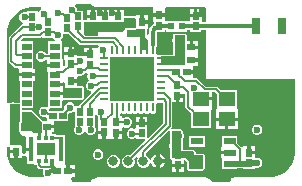
<source format=gtl>
%TF.GenerationSoftware,Altium Limited,Altium Designer,24.5.2 (23)*%
G04 Layer_Physical_Order=1*
G04 Layer_Color=255*
%FSLAX45Y45*%
%MOMM*%
%TF.SameCoordinates,57FA01A1-E815-4C6C-BC38-3E05548C2649*%
%TF.FilePolarity,Positive*%
%TF.FileFunction,Copper,L1,Top,Signal*%
%TF.Part,Single*%
G01*
G75*
%TA.AperFunction,Conductor*%
%ADD10C,0.35000*%
%TA.AperFunction,SMDPad,CuDef*%
%ADD11R,0.65000X0.55000*%
%ADD12R,0.74000X1.47000*%
%ADD13R,0.62000X0.70000*%
%ADD14R,0.70000X0.62000*%
%ADD15R,0.62000X0.59000*%
%ADD16R,0.59000X0.62000*%
%ADD17R,0.55000X0.65000*%
%ADD18R,0.85000X0.55000*%
%ADD19R,1.00000X0.60000*%
%ADD20R,1.40000X1.20000*%
%ADD21R,0.35000X2.10000*%
%ADD22R,0.35000X0.37500*%
%ADD23R,1.50000X1.10000*%
%TA.AperFunction,ConnectorPad*%
%ADD24R,0.70000X0.62000*%
%TA.AperFunction,SMDPad,CuDef*%
%ADD25O,0.25000X0.80000*%
%ADD26O,0.80000X0.25000*%
%ADD27R,3.70000X3.70000*%
%TA.AperFunction,Conductor*%
%ADD28C,0.15000*%
%ADD29C,0.50000*%
%TA.AperFunction,ComponentPad*%
%ADD30C,0.80000*%
%TA.AperFunction,ViaPad*%
%ADD31C,0.60000*%
%ADD32C,0.50000*%
G36*
X320473Y1456713D02*
X312758Y1453518D01*
X300099Y1440859D01*
X296500Y1432169D01*
X283800Y1434695D01*
Y1436200D01*
X198800D01*
Y1435739D01*
X188240Y1428683D01*
X186751Y1429300D01*
X168849D01*
X152310Y1422449D01*
X139651Y1409790D01*
X132800Y1393251D01*
Y1375349D01*
X139651Y1358810D01*
X152310Y1346151D01*
X158971Y1343392D01*
X162241Y1328290D01*
X160700Y1326641D01*
X151921Y1324894D01*
X144479Y1319921D01*
X144478Y1319921D01*
X50379Y1225822D01*
X45406Y1218379D01*
X43660Y1209600D01*
Y1012900D01*
X45406Y1004121D01*
X50379Y996678D01*
X85010Y962047D01*
X92452Y957075D01*
X101231Y955328D01*
X115753D01*
X126730Y951168D01*
Y910969D01*
X262530D01*
Y951169D01*
X252130D01*
Y1015769D01*
Y1095769D01*
Y1180769D01*
X151672D01*
X146412Y1193469D01*
X161902Y1208959D01*
X304412D01*
X313191Y1210706D01*
X320633Y1215679D01*
X322754Y1217800D01*
X334101Y1213100D01*
Y1213100D01*
X416280D01*
X419051Y1206410D01*
X431710Y1193751D01*
X432391Y1193469D01*
X429865Y1180769D01*
X377130D01*
Y1077041D01*
X356705D01*
X355649Y1079590D01*
X342990Y1092249D01*
X326451Y1099100D01*
X308549D01*
X292010Y1092249D01*
X279351Y1079590D01*
X272500Y1063051D01*
Y1045149D01*
X279351Y1028610D01*
X292010Y1015951D01*
X308549Y1009100D01*
X326451D01*
X342990Y1015951D01*
X354030Y1026990D01*
X361675Y1025612D01*
X366730Y1023097D01*
Y990969D01*
X434630D01*
Y965569D01*
X366730D01*
Y925369D01*
X377130D01*
Y855769D01*
Y775769D01*
Y695769D01*
Y631738D01*
X375351Y629796D01*
X364430Y624298D01*
X352157Y629382D01*
X334255D01*
X317716Y622531D01*
X305057Y609873D01*
X298206Y593333D01*
Y575431D01*
X305057Y558892D01*
X317716Y546233D01*
X334255Y539382D01*
X352157D01*
X354500Y540352D01*
X367200Y531867D01*
Y507555D01*
X334965D01*
X333541Y510994D01*
X250601Y593934D01*
X239120Y598689D01*
X151836D01*
Y615769D01*
X252130D01*
Y695769D01*
Y775769D01*
Y845369D01*
X262530D01*
Y885569D01*
X126730D01*
Y845369D01*
X137130D01*
Y775769D01*
Y664958D01*
X135600Y663936D01*
X97191D01*
X87615Y667902D01*
X69713D01*
X60137Y663936D01*
X53881D01*
X42401Y659181D01*
X30587Y663846D01*
X30586Y1250000D01*
X30586Y1271610D01*
X39018Y1314001D01*
X55558Y1353930D01*
X79570Y1389868D01*
X110132Y1420429D01*
X146069Y1444442D01*
X185999Y1460982D01*
X228389Y1469413D01*
X317947D01*
X320473Y1456713D01*
D02*
G37*
G36*
X750048Y1485983D02*
X759972Y1479352D01*
X778349Y1471741D01*
X790054Y1469412D01*
X800000D01*
X1261442Y1469412D01*
X1266281Y1458716D01*
Y1418717D01*
X1368281D01*
Y1456712D01*
X1373120Y1469412D01*
X1700010D01*
X1700011Y1469412D01*
X1700013Y1469412D01*
X1701800Y1469412D01*
X1714500Y1458594D01*
Y1344012D01*
X1688901D01*
X1676603Y1344984D01*
Y1384984D01*
X1574603D01*
Y1356588D01*
X1561903Y1350327D01*
X1556698Y1354324D01*
Y1356876D01*
X1467699D01*
Y1356876D01*
X1465698D01*
Y1356876D01*
X1377602D01*
X1376699Y1356876D01*
X1368281Y1366089D01*
Y1388717D01*
X1266281D01*
Y1348717D01*
X1271281D01*
Y1331211D01*
X1256242Y1319671D01*
X1242523Y1301794D01*
X1233899Y1280974D01*
X1230958Y1258632D01*
X1231060D01*
Y1245353D01*
X1218360Y1238564D01*
X1216960Y1239500D01*
Y1283177D01*
X1220590Y1292872D01*
X1220590D01*
Y1332872D01*
X1169590D01*
Y1347872D01*
X1154590D01*
Y1402872D01*
X1118590D01*
Y1395144D01*
X1115650Y1393179D01*
X1022200D01*
Y1447398D01*
X986200D01*
Y1392398D01*
X956200D01*
Y1447398D01*
X920201D01*
X920200Y1447398D01*
X912478Y1449722D01*
Y1449722D01*
X908462Y1449722D01*
X876478D01*
Y1394722D01*
X846478D01*
Y1449722D01*
X810478D01*
Y1449722D01*
X809115Y1448741D01*
X773116D01*
Y1393741D01*
X758116D01*
Y1378741D01*
X707116D01*
Y1363061D01*
X682681D01*
X670032Y1371568D01*
Y1440457D01*
X623616D01*
Y1456217D01*
X616765Y1472756D01*
X607424Y1482097D01*
X612115Y1494797D01*
X741234D01*
X750048Y1485983D01*
D02*
G37*
G36*
X1118633Y1373960D02*
Y1310487D01*
X1117398Y1298299D01*
X1025398D01*
Y1278990D01*
X1006322Y1259914D01*
X802623D01*
Y1231160D01*
X694291D01*
X682681Y1242770D01*
Y1346825D01*
X712116D01*
Y1343741D01*
X803184D01*
X804115Y1343741D01*
Y1343741D01*
X815479Y1344721D01*
Y1344722D01*
X907478D01*
Y1346825D01*
X925200D01*
Y1342398D01*
X1017200D01*
Y1376943D01*
X1115650D01*
X1118633Y1373960D01*
D02*
G37*
G36*
X553541Y1240002D02*
X556950Y1234899D01*
X635709Y1156140D01*
X635710Y1156139D01*
X643152Y1151167D01*
X651931Y1149420D01*
X651933Y1149420D01*
X801120D01*
X806381Y1136720D01*
X800051Y1130390D01*
X798273Y1126098D01*
X785573Y1128624D01*
Y1129118D01*
X749573D01*
Y1074119D01*
X734573D01*
Y1059119D01*
X680571D01*
X670873Y1055109D01*
X656651Y1061000D01*
X638749D01*
X630210Y1057463D01*
X620156Y1064181D01*
X515510D01*
Y1024181D01*
X520510D01*
Y973723D01*
X515230Y969652D01*
X502530Y975897D01*
Y1031169D01*
X492130D01*
Y1095769D01*
Y1180769D01*
X484535D01*
X482009Y1193469D01*
X482690Y1193751D01*
X495349Y1206410D01*
X502200Y1222949D01*
Y1240851D01*
X507008Y1248047D01*
X545495D01*
X553541Y1240002D01*
D02*
G37*
G36*
X1200724Y1222375D02*
X1226137Y1196962D01*
Y1104900D01*
X1151602D01*
X1152456Y1160886D01*
Y1219200D01*
X1041400D01*
Y1278425D01*
X1041634Y1278990D01*
Y1282063D01*
X1117398D01*
X1120089Y1283178D01*
X1200724D01*
Y1222375D01*
D02*
G37*
G36*
X1376699Y1264876D02*
X1465698D01*
Y1264875D01*
X1467699D01*
Y1264876D01*
X1556698D01*
Y1277739D01*
X1579603D01*
Y1257984D01*
X1671603D01*
Y1277739D01*
X1714500D01*
Y863600D01*
X2469413D01*
X2469414Y250001D01*
X2469413Y228390D01*
X2460981Y186000D01*
X2444441Y146068D01*
X2420429Y110132D01*
X2389867Y79570D01*
X2353931Y55558D01*
X2314001Y39019D01*
X2271610Y30587D01*
X2250000Y30587D01*
X1950001Y30587D01*
X1938296Y28258D01*
X1928373Y21628D01*
X1921742Y11704D01*
X1919414Y-1D01*
Y-5202D01*
X1767477D01*
X1764026Y-39D01*
X1749961Y14026D01*
X1740038Y20657D01*
X1721661Y28269D01*
X1709955Y30597D01*
X1700010D01*
X800000Y30598D01*
X799997Y30597D01*
X790050Y30596D01*
X778345Y28267D01*
X759966Y20652D01*
X750044Y14020D01*
X735978Y-48D01*
X732535Y-5202D01*
X580586D01*
Y-1D01*
X578258Y11704D01*
X572652Y20095D01*
X574402Y26670D01*
X577774Y32795D01*
X600871D01*
Y68795D01*
X545871D01*
Y83795D01*
X530871D01*
Y134795D01*
X520659D01*
X517823Y146320D01*
X517822D01*
Y386320D01*
X452823D01*
X444822Y394070D01*
Y394070D01*
X409203D01*
X407375Y395898D01*
X407001Y405475D01*
X413211Y412556D01*
X424026D01*
Y445055D01*
X371527D01*
Y475055D01*
X424026D01*
Y503600D01*
X547200D01*
Y563323D01*
X551379Y575056D01*
X569281D01*
X585820Y581907D01*
X588881Y584968D01*
X601581Y579708D01*
Y452955D01*
X596969Y441819D01*
Y423917D01*
X603819Y407377D01*
X616478Y394719D01*
X633018Y387868D01*
X650919D01*
X667459Y394719D01*
X680118Y407377D01*
X682642Y413471D01*
X696388D01*
X697921Y409770D01*
X710580Y397111D01*
X727119Y390260D01*
X745021D01*
X761561Y397111D01*
X774219Y409770D01*
X781070Y426309D01*
Y444211D01*
X775481Y457705D01*
Y554179D01*
X784216Y557513D01*
X788181Y557880D01*
X800010Y546051D01*
X802207Y545141D01*
Y465411D01*
X797207D01*
Y425411D01*
X848207D01*
Y410411D01*
X863207D01*
Y355412D01*
X899206D01*
Y355411D01*
X902957Y354352D01*
X902957Y354353D01*
X911469Y354353D01*
X938957D01*
Y409353D01*
X953957D01*
Y424353D01*
X1004956D01*
Y450948D01*
X1009693Y454221D01*
X1017656Y457426D01*
X1032116Y451437D01*
X1050018D01*
X1066557Y458288D01*
X1079216Y470946D01*
X1086067Y487486D01*
Y505388D01*
X1079216Y521927D01*
X1066557Y534586D01*
X1050018Y541437D01*
X1032116D01*
X1015577Y534586D01*
X1012656Y531666D01*
X999956Y536926D01*
Y551353D01*
X987137D01*
Y565666D01*
X999837Y572308D01*
X1003466Y569883D01*
X1014196Y567748D01*
X1024926Y569883D01*
X1034022Y575961D01*
X1044370D01*
X1053466Y569883D01*
X1064196Y567748D01*
X1074926Y569883D01*
X1084022Y575961D01*
X1094370D01*
X1103466Y569883D01*
X1114196Y567748D01*
X1124926Y569883D01*
X1134022Y575961D01*
X1144370D01*
X1153466Y569883D01*
X1164196Y567748D01*
X1174926Y569883D01*
X1184022Y575961D01*
X1194370D01*
X1203466Y569883D01*
X1214196Y567748D01*
X1224926Y569883D01*
X1230617Y573685D01*
X1239196Y575105D01*
X1247776Y573685D01*
X1253466Y569883D01*
X1264196Y567748D01*
X1274926Y569883D01*
X1284023Y575961D01*
X1290101Y585057D01*
X1292235Y595787D01*
Y650787D01*
X1291947Y652236D01*
X1302747Y663037D01*
X1304196Y662748D01*
X1348659D01*
Y492742D01*
X1222633Y366716D01*
X1210900Y371576D01*
Y434500D01*
X1215900D01*
Y472000D01*
X1168399D01*
X1120900D01*
Y447460D01*
X1119698Y446046D01*
X1108200Y440021D01*
X1096376Y444919D01*
X1078474D01*
X1061934Y438068D01*
X1049276Y425409D01*
X1042425Y408870D01*
Y390968D01*
X1049276Y374429D01*
X1061934Y361770D01*
X1078474Y354919D01*
X1096376D01*
X1112915Y361770D01*
X1113200Y362055D01*
X1125900Y356795D01*
Y354500D01*
X1193824D01*
X1198684Y342767D01*
X1074392Y218475D01*
X1066177Y221877D01*
X1044297D01*
X1024083Y213504D01*
X1008611Y198032D01*
X1000238Y177817D01*
Y155937D01*
X1008611Y135722D01*
X1024083Y120251D01*
X1044297Y111877D01*
X1066177D01*
X1086392Y120251D01*
X1101864Y135722D01*
X1110237Y155937D01*
Y177817D01*
X1106835Y186032D01*
X1125793Y204990D01*
X1135611Y198032D01*
X1127238Y177817D01*
Y155937D01*
X1135611Y135722D01*
X1151083Y120251D01*
X1171297Y111877D01*
X1193177D01*
X1213392Y120251D01*
X1228864Y135722D01*
X1237237Y155937D01*
X1249238Y154942D01*
X1258372Y132890D01*
X1275250Y116012D01*
X1294238Y108147D01*
Y166878D01*
Y225608D01*
X1275250Y217743D01*
X1258372Y200864D01*
X1249238Y178812D01*
X1237237Y177818D01*
X1228864Y198032D01*
X1213392Y213504D01*
X1205178Y216906D01*
Y232860D01*
X1402185Y429867D01*
X1412952Y422673D01*
X1411866Y420051D01*
Y324708D01*
X1411397Y324240D01*
X1404546Y307700D01*
Y289798D01*
X1411397Y273259D01*
X1411866Y272790D01*
Y193900D01*
X1416621Y182419D01*
X1422200Y180109D01*
Y146800D01*
X1473199D01*
X1524200D01*
Y177664D01*
X1537874D01*
X1556626Y158913D01*
Y101441D01*
X1561381Y89961D01*
X1572861Y85205D01*
X1680560D01*
X1680598Y85221D01*
X1680636Y85206D01*
X1686314Y87589D01*
X1692040Y89961D01*
X1692056Y89999D01*
X1692094Y90015D01*
X1701032Y99038D01*
X1701048Y99077D01*
X1701086Y99093D01*
X1701646Y100470D01*
X1702862D01*
X1705734Y110541D01*
X1705720Y110572D01*
X1705733Y110618D01*
X1705719Y111987D01*
X1704733Y216054D01*
X1702328Y221708D01*
X1699978Y227381D01*
X1699902Y227412D01*
X1699869Y227489D01*
X1694177Y229784D01*
X1688498Y232136D01*
X1627221D01*
Y240568D01*
X1625059Y245787D01*
X1623296Y251153D01*
X1615187Y260585D01*
X1614606Y260879D01*
X1614356Y261481D01*
X1609138Y263642D01*
X1604097Y266190D01*
X1603478Y265987D01*
X1602876Y266236D01*
X1519200D01*
Y273800D01*
X1514836D01*
Y350400D01*
X1520848Y356412D01*
X1527699Y372951D01*
Y390853D01*
X1520848Y407393D01*
X1514836Y413405D01*
Y420051D01*
X1510081Y431532D01*
X1498600Y436287D01*
X1428102D01*
X1425480Y435201D01*
X1418286Y445968D01*
X1422821Y450503D01*
X1427794Y457945D01*
X1429540Y466724D01*
Y664753D01*
X1456201D01*
Y719753D01*
X1471201D01*
Y734753D01*
X1527651D01*
X1534901Y738382D01*
X1539159Y735193D01*
Y629710D01*
X1540906Y620931D01*
X1545879Y613489D01*
X1586348Y573019D01*
Y449222D01*
X1756348D01*
Y599221D01*
X1763831Y608822D01*
X1766748D01*
Y681522D01*
X1671348D01*
Y706922D01*
X1766748D01*
Y753781D01*
X1789345D01*
X1806348Y736779D01*
Y622322D01*
X1806348Y619222D01*
X1798864Y609622D01*
X1795948D01*
Y536922D01*
X1986748D01*
Y609622D01*
X1983831D01*
X1976348Y619222D01*
X1976348Y622322D01*
Y769221D01*
X1838791D01*
X1815069Y792943D01*
X1807627Y797916D01*
X1798848Y799662D01*
X1710952D01*
X1646906Y863709D01*
X1639464Y868682D01*
X1630685Y870428D01*
X1618937D01*
X1607124Y872570D01*
Y908570D01*
X1552125D01*
Y938570D01*
X1607124D01*
Y974569D01*
X1619799Y974632D01*
X1644355D01*
Y1010632D01*
X1589355D01*
Y1040632D01*
X1644355D01*
Y1076631D01*
X1644356D01*
X1645226Y1079034D01*
X1645225Y1079034D01*
X1645225Y1088971D01*
Y1115034D01*
X1590225D01*
Y1130034D01*
X1575225D01*
Y1181034D01*
X1551424D01*
X1551045Y1232021D01*
X1548649Y1237684D01*
X1546290Y1243381D01*
X1546229Y1243406D01*
X1546204Y1243466D01*
X1540507Y1245776D01*
X1534809Y1248136D01*
X1448563D01*
X1442882Y1245783D01*
X1437152Y1243450D01*
X1437131Y1243401D01*
X1437082Y1243381D01*
X1434727Y1237695D01*
X1432327Y1231998D01*
X1432209Y1212429D01*
X1428200Y1202751D01*
Y1184849D01*
X1431987Y1175707D01*
X1431349Y1070115D01*
X1331148D01*
X1328034Y1068826D01*
X1304196D01*
X1302747Y1068537D01*
X1291947Y1079338D01*
X1292235Y1080787D01*
Y1131358D01*
X1294810Y1135212D01*
X1297333Y1147893D01*
Y1258632D01*
X1297588D01*
X1298201Y1261717D01*
X1363281D01*
Y1278580D01*
X1376699D01*
Y1264876D01*
D02*
G37*
G36*
X1536633Y986925D02*
X1527675Y977922D01*
X1331148Y978409D01*
Y1053880D01*
X1447487D01*
X1448563Y1231900D01*
X1534809D01*
X1536633Y986925D01*
D02*
G37*
G36*
X713570Y907991D02*
X708856Y896609D01*
Y878707D01*
X715706Y862167D01*
X720486Y857388D01*
X718480Y842810D01*
X705821Y830152D01*
X698970Y813612D01*
Y795710D01*
X705821Y779171D01*
X718480Y766512D01*
X735019Y759661D01*
X738169D01*
X743430Y746961D01*
X643648Y647180D01*
X638675Y639737D01*
X637221Y632426D01*
X603913D01*
X598479Y645547D01*
X585820Y658205D01*
X569281Y665056D01*
X551379D01*
X534839Y658205D01*
X522181Y645547D01*
X515330Y629007D01*
Y611105D01*
X516386Y608555D01*
X496431Y588600D01*
X396915D01*
X394700Y589040D01*
X388206D01*
Y593333D01*
X384173Y603068D01*
X392053Y615769D01*
X492130D01*
Y680915D01*
X502530Y687864D01*
X660400D01*
X671881Y692619D01*
X676636Y704100D01*
Y732228D01*
X680000Y740349D01*
Y758251D01*
X676636Y766372D01*
Y791100D01*
X671881Y802581D01*
X660400Y807336D01*
X622500D01*
Y831100D01*
X571500D01*
Y861100D01*
X622500D01*
Y880940D01*
X635200Y889426D01*
X639904Y887477D01*
X657806D01*
X674346Y894328D01*
X687004Y906987D01*
X689790Y913712D01*
X693107D01*
X701886Y915458D01*
X703311Y916410D01*
X713570Y907991D01*
D02*
G37*
G36*
X520500Y825700D02*
Y791100D01*
X660400D01*
Y704100D01*
X502530D01*
Y725569D01*
X434630D01*
Y750969D01*
X502530D01*
Y765369D01*
Y805569D01*
X434630D01*
Y830969D01*
X502530D01*
Y843670D01*
X520500Y825700D01*
D02*
G37*
G36*
X322060Y499513D02*
Y404470D01*
X315023D01*
Y360320D01*
X289623D01*
Y404470D01*
X259423D01*
X259423Y404470D01*
Y404471D01*
X249563Y410837D01*
X241300Y419100D01*
X148678D01*
X148056Y420603D01*
Y487351D01*
X151836Y496477D01*
Y582453D01*
X239120D01*
X322060Y499513D01*
D02*
G37*
G36*
X135600Y496477D02*
X131820D01*
Y411477D01*
X135600D01*
Y404707D01*
X159596Y380711D01*
X162577D01*
X177428Y380758D01*
X186423Y371792D01*
Y279020D01*
X229323D01*
Y253620D01*
X186423D01*
Y233173D01*
X174690Y228313D01*
X159596Y243407D01*
Y293712D01*
X150881Y302426D01*
X53881D01*
Y593082D01*
Y647700D01*
X135600D01*
Y496477D01*
D02*
G37*
G36*
X1498600Y250000D02*
X1602876D01*
X1610985Y240568D01*
Y215900D01*
X1688498D01*
X1689497Y110464D01*
X1680560Y101441D01*
X1572861D01*
Y165638D01*
X1544599Y193900D01*
X1428102D01*
Y420051D01*
X1498600D01*
Y250000D01*
D02*
G37*
G36*
X53881Y286190D02*
Y262426D01*
X104881D01*
Y247426D01*
X119881D01*
Y192427D01*
X155881D01*
Y207567D01*
X160389Y211077D01*
X168477Y213313D01*
X171706D01*
X174690Y212077D01*
X177673Y213313D01*
X180903D01*
X184123Y214647D01*
X196823Y206161D01*
Y146320D01*
X260374D01*
X269823Y138569D01*
X279563Y131423D01*
X281128Y123553D01*
X286101Y116111D01*
X297090Y105123D01*
X297090Y105122D01*
X304533Y100149D01*
X313312Y98403D01*
X313313Y98403D01*
X329785D01*
X337727Y85703D01*
X333739Y76075D01*
Y58173D01*
X339905Y43287D01*
X335043Y30586D01*
X250000D01*
X228389Y30587D01*
X186000Y39018D01*
X146068Y55559D01*
X110132Y79571D01*
X79570Y110132D01*
X55558Y146069D01*
X39018Y186000D01*
X30587Y228389D01*
Y286280D01*
X42401Y290946D01*
X53881Y286190D01*
D02*
G37*
%LPC*%
G36*
X1676603Y1454984D02*
X1640603D01*
Y1414984D01*
X1676603D01*
Y1454984D01*
D02*
G37*
G36*
X1610603D02*
X1574603D01*
Y1414984D01*
X1610603D01*
Y1454984D01*
D02*
G37*
G36*
X743116Y1448741D02*
X707116D01*
Y1408741D01*
X743116D01*
Y1448741D01*
D02*
G37*
G36*
X1220590Y1402872D02*
X1184590D01*
Y1362872D01*
X1220590D01*
Y1402872D01*
D02*
G37*
G36*
X617510Y1134181D02*
X581510D01*
Y1094181D01*
X617510D01*
Y1134181D01*
D02*
G37*
G36*
X551510D02*
X515510D01*
Y1094181D01*
X551510D01*
Y1134181D01*
D02*
G37*
G36*
X719573Y1129118D02*
X683573D01*
Y1089119D01*
X719573D01*
Y1129118D01*
D02*
G37*
G36*
X1645225Y1181034D02*
X1605225D01*
Y1145034D01*
X1645225D01*
Y1181034D01*
D02*
G37*
G36*
X1522201Y704753D02*
X1486201D01*
Y664753D01*
X1522201D01*
Y704753D01*
D02*
G37*
G36*
X1215900Y539500D02*
X1183399D01*
Y502000D01*
X1215900D01*
Y539500D01*
D02*
G37*
G36*
X1153400D02*
X1120900D01*
Y502000D01*
X1153400D01*
Y539500D01*
D02*
G37*
G36*
X1986748Y511522D02*
X1904048D01*
Y438822D01*
X1986748D01*
Y511522D01*
D02*
G37*
G36*
X1878648D02*
X1795948D01*
Y438822D01*
X1878648D01*
Y511522D01*
D02*
G37*
G36*
X2155251Y476800D02*
X2137349D01*
X2120810Y469949D01*
X2108151Y457290D01*
X2101300Y440751D01*
Y422849D01*
X2108151Y406310D01*
X2120810Y393651D01*
X2137349Y386800D01*
X2155251D01*
X2171790Y393651D01*
X2184449Y406310D01*
X2191300Y422849D01*
Y440751D01*
X2184449Y457290D01*
X2171790Y469949D01*
X2155251Y476800D01*
D02*
G37*
G36*
X833207Y395411D02*
X797207D01*
Y355412D01*
X833207D01*
Y395411D01*
D02*
G37*
G36*
X1004956Y394353D02*
X968957D01*
Y354353D01*
X1004956D01*
Y394353D01*
D02*
G37*
G36*
X1702861Y380471D02*
X1572861D01*
Y290471D01*
X1702861D01*
Y380471D01*
D02*
G37*
G36*
X2128089Y295781D02*
X2092090D01*
Y255782D01*
X2128089D01*
Y295781D01*
D02*
G37*
G36*
X1324238Y225607D02*
Y181878D01*
X1367967D01*
X1360103Y200864D01*
X1343225Y217743D01*
X1324238Y225607D01*
D02*
G37*
G36*
X809770Y266522D02*
X791868D01*
X775328Y259671D01*
X762670Y247012D01*
X755819Y230473D01*
Y212571D01*
X762670Y196032D01*
X775328Y183373D01*
X791868Y176522D01*
X809770D01*
X826309Y183373D01*
X838968Y196032D01*
X845818Y212571D01*
Y230473D01*
X838968Y247012D01*
X826309Y259671D01*
X809770Y266522D01*
D02*
G37*
G36*
X939177Y221877D02*
X917297D01*
X897083Y213504D01*
X881611Y198032D01*
X873238Y177817D01*
Y155937D01*
X881611Y135722D01*
X897083Y120251D01*
X917297Y111877D01*
X939177D01*
X959392Y120251D01*
X974864Y135722D01*
X983237Y155937D01*
Y177817D01*
X974864Y198032D01*
X959392Y213504D01*
X939177Y221877D01*
D02*
G37*
G36*
X1367968Y151878D02*
X1324238D01*
Y108147D01*
X1343225Y116012D01*
X1360103Y132890D01*
X1367968Y151878D01*
D02*
G37*
G36*
X1977861Y380471D02*
X1847861D01*
Y290471D01*
X1842861D01*
Y255471D01*
X1912862D01*
Y225471D01*
X1842861D01*
Y190471D01*
X1847861Y190471D01*
Y100471D01*
X1977861D01*
Y105838D01*
X2031090D01*
Y98782D01*
X2123089D01*
Y101662D01*
X2135790Y108046D01*
X2137349Y107400D01*
X2155251D01*
X2171790Y114251D01*
X2184449Y126910D01*
X2191300Y143449D01*
Y161351D01*
X2184449Y177890D01*
X2171790Y190549D01*
X2155251Y197400D01*
X2137349D01*
X2128089Y203587D01*
Y225782D01*
X2077090D01*
Y240782D01*
X2062090D01*
Y295781D01*
X2026090D01*
Y293246D01*
X2021382Y290196D01*
X2013390Y288380D01*
X1977861Y323908D01*
Y380471D01*
D02*
G37*
G36*
X600871Y134795D02*
X560871D01*
Y98795D01*
X600871D01*
Y134795D01*
D02*
G37*
G36*
X1524200Y116800D02*
X1488199D01*
Y76800D01*
X1524200D01*
Y116800D01*
D02*
G37*
G36*
X1458200D02*
X1422200D01*
Y76800D01*
X1458200D01*
Y116800D01*
D02*
G37*
G36*
X89881Y232427D02*
X53881D01*
Y192427D01*
X89881D01*
Y232427D01*
D02*
G37*
%LPD*%
D10*
X1317281Y1311717D02*
G03*
X1264196Y1258632I0J-53084D01*
G01*
X449871Y83795D02*
X453871D01*
X395411D02*
X449871D01*
X378739Y67124D02*
X395411Y83795D01*
X412323Y121343D02*
X449871Y83795D01*
X412323Y121343D02*
Y172320D01*
X1317281Y1311717D02*
X1420357D01*
X1264196Y1147893D02*
Y1258632D01*
X1512198Y1310876D02*
X2140259D01*
X1626554Y1310932D02*
X1648499D01*
D11*
X286526Y460055D02*
D03*
X371526D02*
D03*
X414700Y546100D02*
D03*
X499700D02*
D03*
X94320Y453977D02*
D03*
X179320D02*
D03*
D12*
X2357259Y1310876D02*
D03*
X2140259D02*
D03*
D13*
X734573Y1074119D02*
D03*
Y982118D02*
D03*
X953956Y501353D02*
D03*
Y409353D02*
D03*
X848207Y410411D02*
D03*
Y502411D02*
D03*
X1471201Y811753D02*
D03*
Y719753D02*
D03*
X758116Y1301741D02*
D03*
Y1393741D02*
D03*
X1169590Y1255872D02*
D03*
Y1347872D02*
D03*
X861478Y1394722D02*
D03*
Y1302722D02*
D03*
X971200Y1392398D02*
D03*
Y1300398D02*
D03*
X1317281Y1311717D02*
D03*
Y1403717D02*
D03*
X1625603Y1307984D02*
D03*
Y1399984D02*
D03*
X566510Y987181D02*
D03*
Y1079181D02*
D03*
X571500Y754100D02*
D03*
Y846100D02*
D03*
X2077090Y148782D02*
D03*
Y240782D02*
D03*
X1473200Y131800D02*
D03*
Y223800D02*
D03*
X104881Y247426D02*
D03*
Y339427D02*
D03*
D14*
X1460124Y923569D02*
D03*
X1552124D02*
D03*
X1497355Y1025632D02*
D03*
X1589355D02*
D03*
X1498225Y1130034D02*
D03*
X1590225D02*
D03*
X545871Y83795D02*
D03*
X453871D02*
D03*
D15*
X1071398Y1253799D02*
D03*
Y1344799D02*
D03*
D16*
X1421198Y1310876D02*
D03*
X1512198D02*
D03*
D17*
X627533Y1307957D02*
D03*
Y1392957D02*
D03*
X644081Y499926D02*
D03*
Y584926D02*
D03*
X732981Y499926D02*
D03*
Y584926D02*
D03*
X241300Y1303700D02*
D03*
Y1388700D02*
D03*
X376600Y1260600D02*
D03*
Y1345600D02*
D03*
X535438Y1295547D02*
D03*
Y1380547D02*
D03*
X1168400Y487000D02*
D03*
Y402000D02*
D03*
D18*
X194630Y1138269D02*
D03*
Y1058269D02*
D03*
X434630Y1138269D02*
D03*
X194630Y978269D02*
D03*
Y898269D02*
D03*
Y818269D02*
D03*
Y738269D02*
D03*
Y658268D02*
D03*
X434630Y1058269D02*
D03*
Y978269D02*
D03*
Y898269D02*
D03*
Y818269D02*
D03*
Y738269D02*
D03*
Y658268D02*
D03*
D19*
X1637861Y145471D02*
D03*
Y335471D02*
D03*
X1912861D02*
D03*
Y240471D02*
D03*
Y145471D02*
D03*
D20*
X1891348Y524222D02*
D03*
Y694222D02*
D03*
X1671348Y524222D02*
D03*
Y694222D02*
D03*
D21*
X485323Y266320D02*
D03*
X229323D02*
D03*
D22*
X302323Y360320D02*
D03*
X412323D02*
D03*
X357323D02*
D03*
X412323Y172320D02*
D03*
X302323D02*
D03*
X357323D02*
D03*
D23*
Y266320D02*
D03*
D24*
X186080Y549176D02*
D03*
X94080D02*
D03*
D25*
X1264196Y1108287D02*
D03*
X1214196D02*
D03*
X1164196D02*
D03*
X1114196D02*
D03*
X1064196D02*
D03*
X1014196D02*
D03*
X964196D02*
D03*
X914196D02*
D03*
Y623287D02*
D03*
X964196D02*
D03*
X1014196D02*
D03*
X1064196D02*
D03*
X1114196D02*
D03*
X1164196D02*
D03*
X1214196D02*
D03*
X1264196D02*
D03*
D26*
X846696Y1040787D02*
D03*
Y990787D02*
D03*
Y940787D02*
D03*
Y890787D02*
D03*
Y840787D02*
D03*
Y790787D02*
D03*
Y740787D02*
D03*
Y690787D02*
D03*
X1331696D02*
D03*
Y740787D02*
D03*
Y790787D02*
D03*
Y840787D02*
D03*
Y890787D02*
D03*
Y940787D02*
D03*
Y990787D02*
D03*
Y1040787D02*
D03*
D27*
X1089196Y865787D02*
D03*
D28*
X791681Y813271D02*
X819196Y840787D01*
X752580Y813271D02*
X791681D01*
X743970Y804661D02*
X752580Y813271D01*
X753855Y887658D02*
X755420Y889223D01*
X845132D01*
X846696Y890787D01*
X648855Y932477D02*
X653031Y936652D01*
X693107D01*
X631451Y1261558D02*
Y1292327D01*
X535438Y1290547D02*
Y1295547D01*
Y1290547D02*
X573172Y1252814D01*
Y1251121D02*
Y1252814D01*
X515438Y1405547D02*
X535438Y1385547D01*
X502196Y1413790D02*
X510438Y1405547D01*
X465810Y1413790D02*
X502196D01*
X535438Y1380547D02*
Y1385547D01*
X510438Y1405547D02*
X515438D01*
X457200Y1422400D02*
X465810Y1413790D01*
X578616Y1446874D02*
Y1447266D01*
X627533Y1392957D02*
Y1397957D01*
X578616Y1446874D02*
X627533Y1397957D01*
X1511521Y869254D02*
X1533287Y847487D01*
X1701450Y776722D02*
X1798848D01*
X1533287Y847487D02*
X1630685D01*
X1701450Y776722D01*
X1798848D02*
X1832564Y743006D01*
X426600Y1260600D02*
X455300Y1231900D01*
X317500Y1054100D02*
X430461D01*
X455300Y1231900D02*
X457200D01*
X430461Y1054100D02*
X434630Y1058269D01*
X736070Y435260D02*
Y496837D01*
X732981Y499926D02*
X736070Y496837D01*
X641968Y497814D02*
X644081Y499926D01*
X641968Y432868D02*
Y497814D01*
X693107Y936652D02*
X734573Y978118D01*
X302323Y132332D02*
Y172320D01*
Y132332D02*
X313312Y121343D01*
X412323D01*
X1182237Y166877D02*
Y242362D01*
X1406600Y466724D01*
Y693384D01*
X1055237Y166877D02*
X1371600Y483240D01*
Y673100D01*
X1932885Y336441D02*
X1999208Y270118D01*
Y146622D02*
Y270118D01*
X1912885Y336441D02*
X1932885D01*
X1087425Y399919D02*
X1166319D01*
X1168400Y402000D01*
X819698Y790787D02*
X846696D01*
X659869Y630958D02*
X819698Y790787D01*
X819196Y840787D02*
X846696D01*
X732981Y584926D02*
Y654572D01*
X819196Y740787D01*
X846696D01*
X644081Y584926D02*
X659869Y600715D01*
Y630958D01*
X499700Y559426D02*
X560330Y620056D01*
X499700Y546100D02*
Y559426D01*
X357323Y172320D02*
Y266320D01*
Y445852D02*
X371526Y460055D01*
X357323Y361570D02*
Y445852D01*
X485323Y266320D02*
Y350320D01*
X412323Y360320D02*
X475323D01*
X485323Y350320D01*
X1562100Y629710D02*
Y750839D01*
X1515914Y797025D02*
X1562100Y750839D01*
Y629710D02*
X1608848Y582963D01*
Y576722D02*
X1661348Y524222D01*
X1671348D01*
X1608848Y576722D02*
Y582963D01*
X1832564Y743006D02*
X1881247D01*
X394700Y566100D02*
X414700Y546100D01*
X355383Y584382D02*
X373665Y566100D01*
X394700D01*
X343206Y584382D02*
X355383D01*
X618126Y987181D02*
X646945Y1016000D01*
X647700D01*
X566510Y987181D02*
X618126D01*
X501598Y918269D02*
X566510Y983181D01*
Y987181D01*
X434630Y898269D02*
X454630Y918269D01*
X501598D01*
X734573Y978118D02*
Y982118D01*
X333112Y1260600D02*
X426600D01*
X825500Y525119D02*
Y584200D01*
Y525119D02*
X848207Y502411D01*
X914196Y568401D02*
Y623287D01*
X101600Y1075587D02*
Y1181100D01*
X66600Y1012900D02*
Y1209600D01*
X110387Y1066800D02*
X186099D01*
X101600Y1181100D02*
X152400Y1231900D01*
X101600Y1075587D02*
X110387Y1066800D01*
X66600Y1209600D02*
X160700Y1303700D01*
X66600Y1012900D02*
X101231Y978269D01*
X186099Y1066800D02*
X194630Y1058269D01*
X152400Y1231900D02*
X304412D01*
X333112Y1260600D01*
X1508620Y869254D02*
X1511521D01*
X177800Y1384300D02*
X182200Y1388700D01*
X241300D01*
X338248Y1415369D02*
X342900Y1410717D01*
Y1409700D02*
Y1410717D01*
Y1409700D02*
X356600Y1396000D01*
Y1365600D02*
X376600Y1345600D01*
X356600Y1365600D02*
Y1396000D01*
X241984Y1303016D02*
X301282D01*
X241300Y1303700D02*
X241984Y1303016D01*
X101231Y978269D02*
X194630D01*
X160700Y1303700D02*
X241300D01*
X684789Y1208220D02*
X941764D01*
X631451Y1261558D02*
X684789Y1208220D01*
X573172Y1251121D02*
X651931Y1172361D01*
X928125D01*
X958872Y496437D02*
X1041067D01*
X953956Y501353D02*
X958872Y496437D01*
X941764Y1208220D02*
X1014196Y1135787D01*
X928125Y1172361D02*
X964196Y1136289D01*
Y1108287D02*
Y1136289D01*
X1014196Y1108287D02*
Y1135787D01*
X838200Y1104900D02*
X846696Y1096404D01*
Y1040787D02*
Y1096404D01*
X734573Y978118D02*
X758073Y954618D01*
X802659D02*
X816490Y940787D01*
X846696D01*
X758073Y954618D02*
X802659D01*
X875707Y529912D02*
X914196Y568401D01*
X871707Y529912D02*
X875707D01*
X848207Y502411D02*
Y506412D01*
X871707Y529912D01*
X964196Y511593D02*
Y623287D01*
X953956Y501353D02*
X964196Y511593D01*
X1331696Y690787D02*
X1356490D01*
X1364196Y680504D02*
Y683081D01*
Y680504D02*
X1371600Y673100D01*
X1356490Y690787D02*
X1364196Y683081D01*
X1359196Y740787D02*
X1406600Y693384D01*
X1331696Y740787D02*
X1359196D01*
X1471201Y811753D02*
X1485929Y797025D01*
X1515914D01*
X1471201Y811753D02*
Y815754D01*
X1393816Y890787D02*
X1445349Y839253D01*
X1447701D02*
X1471201Y815754D01*
X1331696Y890787D02*
X1393816D01*
X1445349Y839253D02*
X1447701D01*
X1331696Y940787D02*
X1442907D01*
X1460124Y923569D01*
X1464125D01*
X1487624Y900070D01*
Y890249D02*
Y900070D01*
Y890249D02*
X1508620Y869254D01*
D29*
X2074930Y146622D02*
X2078899Y150591D01*
X2144491D02*
X2146300Y152400D01*
X2078899Y150591D02*
X2144491D01*
X1999208Y146622D02*
X2074930D01*
X1952639D02*
X1999208D01*
D30*
X1309237Y166877D02*
D03*
X1182237D02*
D03*
X1055237D02*
D03*
X928237D02*
D03*
D31*
X743970Y804661D02*
D03*
X648574Y845171D02*
D03*
X753855Y887658D02*
D03*
X648855Y932477D02*
D03*
X578616Y1447266D02*
D03*
X457200Y1422400D02*
D03*
X1482699Y381902D02*
D03*
X2146300Y431800D02*
D03*
Y152400D02*
D03*
X1808832Y244309D02*
D03*
X1397000Y88900D02*
D03*
X1257300Y495300D02*
D03*
X987774Y328012D02*
D03*
X876300Y330200D02*
D03*
X647700Y50800D02*
D03*
X622300Y1104900D02*
D03*
X1612900Y787400D02*
D03*
X1735000Y830735D02*
D03*
X1799496Y405945D02*
D03*
X1473200Y622300D02*
D03*
X2026512Y566623D02*
D03*
X457200Y1231900D02*
D03*
X736070Y435260D02*
D03*
X641968Y432868D02*
D03*
X378739Y67124D02*
D03*
X800819Y221522D02*
D03*
X1449546Y298749D02*
D03*
X1087425Y399919D02*
D03*
X560330Y620056D02*
D03*
X266700Y76200D02*
D03*
X88900Y393700D02*
D03*
X78664Y622902D02*
D03*
X127000Y152400D02*
D03*
X463183Y446678D02*
D03*
X915433Y1423025D02*
D03*
X813833D02*
D03*
X1067833Y1435725D02*
D03*
X1169433D02*
D03*
X1417281Y1403761D02*
D03*
X1835000Y830779D02*
D03*
X1678221Y935056D02*
D03*
X1678177Y1035056D02*
D03*
X1678133Y1135056D02*
D03*
X1676401Y1224291D02*
D03*
X1678000Y1435056D02*
D03*
X1935000Y830823D02*
D03*
X2035000Y830868D02*
D03*
X2135000Y830912D02*
D03*
X2235000Y830956D02*
D03*
X2335000Y831000D02*
D03*
X2435000Y831044D02*
D03*
X317500Y1054100D02*
D03*
X343206Y584382D02*
D03*
X63500Y901700D02*
D03*
X330200Y952500D02*
D03*
X558800Y1168400D02*
D03*
X635000Y749300D02*
D03*
X647700Y1016000D02*
D03*
X825500Y584200D02*
D03*
X177800Y1384300D02*
D03*
X338248Y1415369D02*
D03*
X301282Y1303016D02*
D03*
X712480Y1261344D02*
D03*
X1041067Y496437D02*
D03*
X1473200Y1193800D02*
D03*
X838200Y1104900D02*
D03*
D32*
X395423Y266320D02*
D03*
X319223D02*
D03*
X1199196Y975787D02*
D03*
Y865787D02*
D03*
Y755787D02*
D03*
X1089196Y975787D02*
D03*
Y865787D02*
D03*
Y755787D02*
D03*
X979196Y975787D02*
D03*
Y865787D02*
D03*
Y755787D02*
D03*
%TF.MD5,d0275753b2ce0042207288f6900f63b7*%
M02*

</source>
